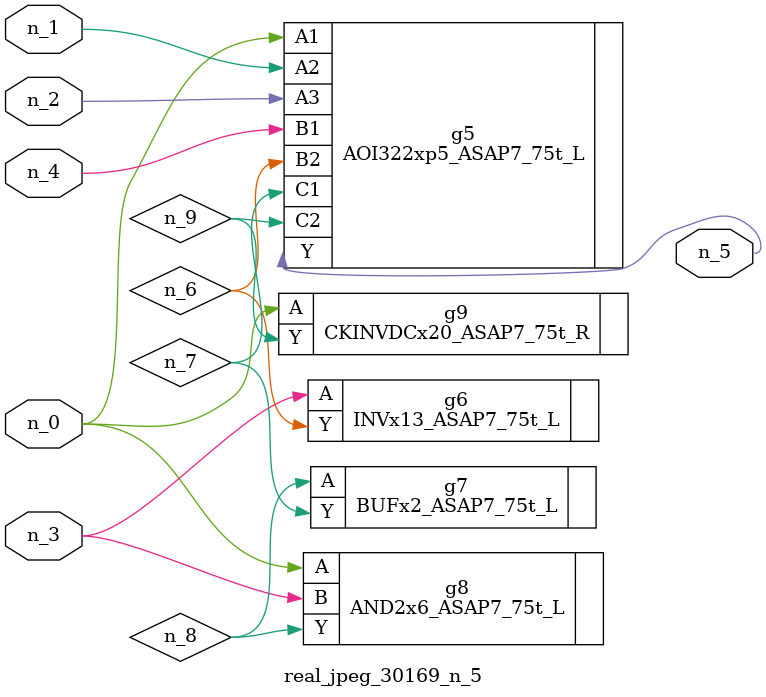
<source format=v>
module real_jpeg_30169_n_5 (n_4, n_0, n_1, n_2, n_3, n_5);

input n_4;
input n_0;
input n_1;
input n_2;
input n_3;

output n_5;

wire n_8;
wire n_6;
wire n_7;
wire n_9;

AOI322xp5_ASAP7_75t_L g5 ( 
.A1(n_0),
.A2(n_1),
.A3(n_2),
.B1(n_4),
.B2(n_6),
.C1(n_7),
.C2(n_9),
.Y(n_5)
);

AND2x6_ASAP7_75t_L g8 ( 
.A(n_0),
.B(n_3),
.Y(n_8)
);

CKINVDCx20_ASAP7_75t_R g9 ( 
.A(n_0),
.Y(n_9)
);

INVx13_ASAP7_75t_L g6 ( 
.A(n_3),
.Y(n_6)
);

BUFx2_ASAP7_75t_L g7 ( 
.A(n_8),
.Y(n_7)
);


endmodule
</source>
